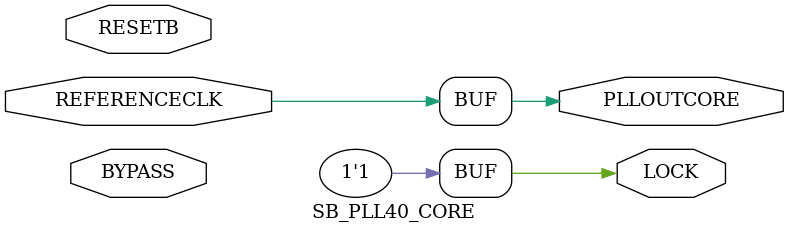
<source format=v>


module SB_PLL40_CORE #(
    // default values for 100MHz
    parameter FEEDBACK_PATH = "SIMPLE",
    parameter PLLOUT_SELECT = "GENCLK",
    parameter [3:0] DIVR = 4'b0,
    parameter [6:0] DIVF = 7'b1000010,
    parameter [2:0] DIVQ = 3'b011,
    parameter [2:0] FILTER_RANGE = 3'b001
)(
    input RESETB,
    input BYPASS,
    input REFERENCECLK,
    output PLLOUTCORE,
    output LOCK
);

    // a wire for tests!
    assign PLLOUTCORE = REFERENCECLK;
    assign LOCK = 1'b1;

endmodule

</source>
